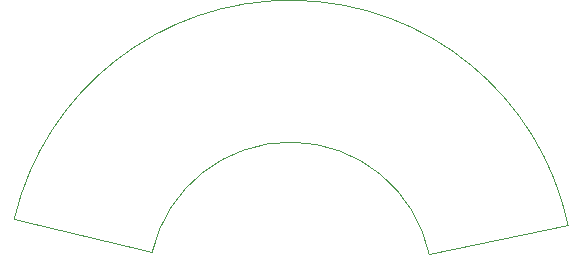
<source format=gbr>
G04 #@! TF.GenerationSoftware,KiCad,Pcbnew,(5.1.5)-3*
G04 #@! TF.CreationDate,2021-02-16T09:18:19-06:00*
G04 #@! TF.ProjectId,HallSensorSMD_9_Pos,48616c6c-5365-46e7-936f-72534d445f39,rev?*
G04 #@! TF.SameCoordinates,Original*
G04 #@! TF.FileFunction,Profile,NP*
%FSLAX46Y46*%
G04 Gerber Fmt 4.6, Leading zero omitted, Abs format (unit mm)*
G04 Created by KiCad (PCBNEW (5.1.5)-3) date 2021-02-16 09:18:19*
%MOMM*%
%LPD*%
G04 APERTURE LIST*
%ADD10C,0.050000*%
G04 APERTURE END LIST*
D10*
X106606143Y-64774841D02*
G75*
G02X153499999Y-65250001I23393857J-5475159D01*
G01*
X118303073Y-67512421D02*
X106606142Y-64774841D01*
X118303073Y-67512421D02*
G75*
G02X141749998Y-67750002I11696927J-2737579D01*
G01*
X141749998Y-67750002D02*
X153499999Y-65250001D01*
M02*

</source>
